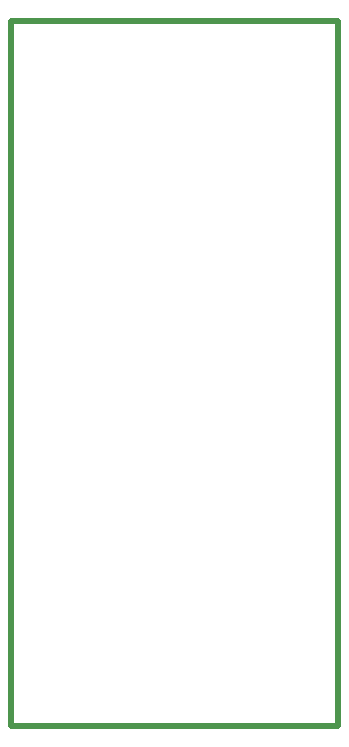
<source format=gko>
%FSTAX24Y24*%
%MOIN*%
%SFA1B1*%

%IPPOS*%
%ADD65C,0.020000*%
%LNv3-1*%
%LPD*%
G54D65*
X033917Y016815D02*
X044818D01*
Y040327*
X033917D02*
X044818D01*
X033917Y016815D02*
Y040327D01*
M02*
</source>
